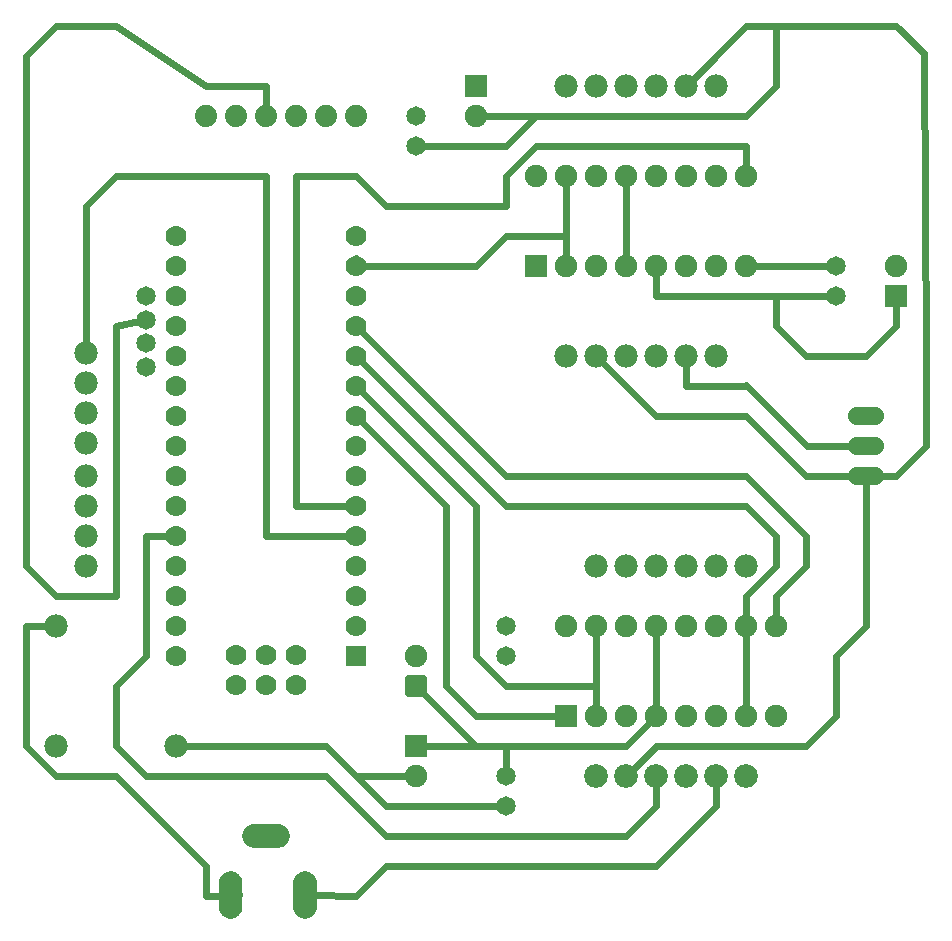
<source format=gbl>
G04 MADE WITH FRITZING*
G04 WWW.FRITZING.ORG*
G04 DOUBLE SIDED*
G04 HOLES PLATED*
G04 CONTOUR ON CENTER OF CONTOUR VECTOR*
%ASAXBY*%
%FSLAX23Y23*%
%MOIN*%
%OFA0B0*%
%SFA1.0B1.0*%
%ADD10C,0.078740*%
%ADD11C,0.078000*%
%ADD12C,0.065000*%
%ADD13C,0.075000*%
%ADD14C,0.079370*%
%ADD15C,0.060000*%
%ADD16C,0.070000*%
%ADD17C,0.074000*%
%ADD18R,0.075000X0.075000*%
%ADD19R,0.069958X0.070000*%
%ADD20C,0.024000*%
%ADD21C,0.020000*%
%ADD22R,0.001000X0.001000*%
%LNCOPPER0*%
G90*
G70*
G54D10*
X838Y301D03*
X1086Y301D03*
X956Y498D03*
G54D11*
X356Y1398D03*
X356Y1498D03*
X356Y1598D03*
X356Y1698D03*
X356Y1398D03*
X356Y1498D03*
X356Y1598D03*
X356Y1698D03*
X356Y2108D03*
X356Y2008D03*
X356Y1908D03*
X356Y1808D03*
X256Y798D03*
X656Y798D03*
X256Y1198D03*
X256Y798D03*
G54D12*
X1756Y1198D03*
X1756Y1098D03*
X1456Y2798D03*
X1456Y2898D03*
X1756Y698D03*
X1756Y598D03*
X2856Y2298D03*
X2856Y2398D03*
G54D13*
X1656Y2998D03*
X1656Y2898D03*
X3056Y2298D03*
X3056Y2398D03*
X1456Y998D03*
X1456Y1098D03*
X1456Y798D03*
X1456Y698D03*
G54D14*
X2556Y698D03*
X2456Y698D03*
X2356Y698D03*
X2256Y698D03*
X2156Y698D03*
X2056Y698D03*
G54D11*
X2056Y1398D03*
X2156Y1398D03*
X2256Y1398D03*
X2356Y1398D03*
X2456Y1398D03*
X2556Y1398D03*
X2456Y2098D03*
X2356Y2098D03*
X2256Y2098D03*
X2156Y2098D03*
X2056Y2098D03*
X1956Y2098D03*
X1956Y2998D03*
X2056Y2998D03*
X2156Y2998D03*
X2256Y2998D03*
X2356Y2998D03*
X2456Y2998D03*
G54D15*
X2956Y1698D03*
X2956Y1798D03*
X2956Y1898D03*
G54D16*
X1256Y1098D03*
X1256Y1198D03*
X1256Y1298D03*
X1256Y1398D03*
X1256Y1498D03*
X1256Y1598D03*
X1256Y1698D03*
X1256Y1798D03*
X1256Y1898D03*
X1256Y1998D03*
X1256Y2098D03*
X1256Y2198D03*
X1256Y2298D03*
X1256Y2398D03*
X1256Y2498D03*
X656Y1098D03*
X656Y1198D03*
X656Y1298D03*
X656Y1398D03*
X656Y1498D03*
X656Y1598D03*
X656Y1698D03*
X656Y1798D03*
X656Y1898D03*
X656Y1998D03*
X656Y2098D03*
X656Y2198D03*
X656Y2298D03*
X656Y2398D03*
X656Y2498D03*
X1056Y1003D03*
X1056Y1103D03*
X955Y1003D03*
X955Y1103D03*
X855Y1003D03*
X855Y1103D03*
G54D17*
X756Y2898D03*
X856Y2898D03*
X956Y2898D03*
X1056Y2898D03*
X1156Y2898D03*
X1256Y2898D03*
G54D13*
X1956Y898D03*
X1956Y1198D03*
X2056Y898D03*
X2056Y1198D03*
X2156Y898D03*
X2156Y1198D03*
X2256Y898D03*
X2256Y1198D03*
X2356Y898D03*
X2356Y1198D03*
X2456Y898D03*
X2456Y1198D03*
X2556Y898D03*
X2556Y1198D03*
X2656Y898D03*
X2656Y1198D03*
X1856Y2398D03*
X1856Y2698D03*
X1956Y2398D03*
X1956Y2698D03*
X2056Y2398D03*
X2056Y2698D03*
X2156Y2398D03*
X2156Y2698D03*
X2256Y2398D03*
X2256Y2698D03*
X2356Y2398D03*
X2356Y2698D03*
X2456Y2398D03*
X2456Y2698D03*
X2556Y2398D03*
X2556Y2698D03*
G54D12*
X556Y2298D03*
X556Y2220D03*
X556Y2141D03*
X556Y2062D03*
G54D18*
X1656Y2998D03*
X3056Y2298D03*
X1456Y798D03*
G54D19*
X1256Y1098D03*
G54D18*
X1956Y898D03*
X1856Y2398D03*
G54D20*
X2758Y1798D02*
X2925Y1798D01*
D02*
X2555Y2001D02*
X2758Y1798D01*
D02*
X2555Y1998D02*
X2555Y2001D01*
D02*
X2355Y1998D02*
X2555Y1998D01*
D02*
X2356Y2068D02*
X2355Y1998D01*
D02*
X2256Y1170D02*
X2256Y927D01*
D02*
X2156Y2670D02*
X2156Y2427D01*
D02*
X156Y798D02*
X156Y1198D01*
D02*
X256Y698D02*
X156Y798D01*
D02*
X756Y398D02*
X456Y698D01*
D02*
X456Y698D02*
X556Y598D01*
D02*
X556Y598D02*
X456Y698D01*
D02*
X756Y298D02*
X756Y398D01*
D02*
X456Y698D02*
X256Y698D01*
D02*
X156Y1198D02*
X225Y1198D01*
D02*
X807Y300D02*
X756Y298D01*
D02*
X1756Y998D02*
X1656Y1098D01*
D02*
X2056Y998D02*
X1756Y998D01*
D02*
X1656Y1098D02*
X1656Y1598D01*
D02*
X1656Y1598D02*
X1276Y1978D01*
D02*
X2056Y898D02*
X2056Y998D01*
D02*
X2056Y1170D02*
X2056Y898D01*
D02*
X1256Y298D02*
X1116Y301D01*
D02*
X1356Y398D02*
X1256Y298D01*
D02*
X1856Y398D02*
X1356Y398D01*
D02*
X2256Y398D02*
X1856Y398D01*
D02*
X2456Y598D02*
X2256Y398D01*
D02*
X2456Y668D02*
X2456Y598D01*
D02*
X456Y998D02*
X556Y1098D01*
D02*
X1356Y498D02*
X1156Y698D01*
D02*
X1156Y698D02*
X1056Y698D01*
D02*
X1556Y498D02*
X1356Y498D01*
D02*
X1756Y498D02*
X1556Y498D01*
D02*
X1956Y498D02*
X1756Y498D01*
D02*
X2156Y498D02*
X1956Y498D01*
D02*
X2256Y598D02*
X2156Y498D01*
D02*
X556Y698D02*
X456Y798D01*
D02*
X1056Y698D02*
X556Y698D01*
D02*
X456Y798D02*
X456Y998D01*
D02*
X556Y1098D02*
X556Y1498D01*
D02*
X556Y1498D02*
X627Y1498D01*
D02*
X2256Y668D02*
X2256Y598D01*
D02*
X1956Y2427D02*
X1956Y2670D01*
D02*
X1656Y2398D02*
X1256Y2398D01*
D02*
X1756Y2498D02*
X1656Y2398D01*
D02*
X1956Y2498D02*
X1756Y2498D01*
D02*
X1256Y2398D02*
X1256Y2427D01*
D02*
X1956Y2427D02*
X1956Y2498D01*
D02*
X2656Y1498D02*
X2556Y1598D01*
D02*
X2656Y1398D02*
X2656Y1498D01*
D02*
X1756Y1598D02*
X1276Y2078D01*
D02*
X2556Y1598D02*
X1756Y1598D01*
D02*
X2556Y1298D02*
X2656Y1398D01*
D02*
X2556Y1227D02*
X2556Y1298D01*
D02*
X1356Y2598D02*
X1256Y2698D01*
D02*
X1756Y2598D02*
X1356Y2598D01*
D02*
X1754Y2699D02*
X1756Y2598D01*
D02*
X1256Y2698D02*
X1056Y2698D01*
D02*
X1056Y2698D02*
X1056Y1598D01*
D02*
X1856Y2798D02*
X1754Y2699D01*
D02*
X2556Y2798D02*
X1856Y2798D01*
D02*
X1056Y1598D02*
X1227Y1598D01*
D02*
X2556Y2727D02*
X2556Y2798D01*
D02*
X1656Y898D02*
X1556Y998D01*
D02*
X1556Y1598D02*
X1276Y1878D01*
D02*
X1556Y998D02*
X1556Y1598D01*
D02*
X1927Y898D02*
X1656Y898D01*
D02*
X2756Y1498D02*
X2756Y1398D01*
D02*
X2656Y1298D02*
X2656Y1227D01*
D02*
X2756Y1398D02*
X2656Y1298D01*
D02*
X2556Y1698D02*
X2756Y1498D01*
D02*
X1756Y1698D02*
X2556Y1698D01*
D02*
X1656Y1798D02*
X1756Y1698D01*
D02*
X1276Y2178D02*
X1656Y1798D01*
D02*
X2925Y1698D02*
X2756Y1698D01*
D02*
X2756Y1698D02*
X2556Y1899D01*
D02*
X2256Y1898D02*
X2156Y1998D01*
D02*
X2556Y1899D02*
X2256Y1898D01*
D02*
X2156Y1998D02*
X2077Y2077D01*
D02*
X2956Y1198D02*
X2956Y1698D01*
D02*
X2856Y1098D02*
X2956Y1198D01*
D02*
X2856Y898D02*
X2856Y1098D01*
D02*
X2756Y798D02*
X2856Y898D01*
D02*
X2256Y798D02*
X2756Y798D01*
D02*
X2178Y720D02*
X2256Y798D01*
D02*
X2756Y3198D02*
X2556Y3198D01*
D02*
X2556Y3198D02*
X2456Y3098D01*
D02*
X2656Y3198D02*
X2756Y3198D01*
D02*
X2456Y3098D02*
X2377Y3020D01*
D02*
X2656Y3198D02*
X2656Y3098D01*
D02*
X3056Y3198D02*
X2656Y3198D01*
D02*
X2656Y3098D02*
X2656Y2998D01*
D02*
X2556Y2898D02*
X2456Y2898D01*
D02*
X2456Y2898D02*
X1856Y2898D01*
D02*
X2656Y2998D02*
X2556Y2898D01*
D02*
X1856Y2898D02*
X1684Y2898D01*
D02*
X3150Y3109D02*
X3056Y3198D01*
D02*
X3156Y2098D02*
X3150Y3109D01*
D02*
X3056Y1698D02*
X3156Y1798D01*
D02*
X2987Y1698D02*
X3056Y1698D01*
D02*
X3156Y1798D02*
X3156Y2098D01*
D02*
X2584Y2398D02*
X2831Y2398D01*
D02*
X456Y3198D02*
X756Y2998D01*
D02*
X756Y2998D02*
X956Y2998D01*
D02*
X156Y3098D02*
X256Y3198D01*
D02*
X256Y1298D02*
X156Y1398D01*
D02*
X156Y1398D02*
X156Y3098D01*
D02*
X456Y1298D02*
X256Y1298D01*
D02*
X456Y2198D02*
X456Y1298D01*
D02*
X256Y3198D02*
X456Y3198D01*
D02*
X956Y2998D02*
X956Y2929D01*
D02*
X533Y2215D02*
X456Y2198D01*
D02*
X1656Y798D02*
X1484Y798D01*
D02*
X2156Y798D02*
X1656Y798D01*
D02*
X2236Y878D02*
X2156Y798D01*
D02*
X1156Y798D02*
X1056Y798D01*
D02*
X1056Y798D02*
X756Y798D01*
D02*
X756Y798D02*
X687Y798D01*
D02*
X1256Y698D02*
X1156Y798D01*
D02*
X1356Y598D02*
X1256Y698D01*
D02*
X1427Y698D02*
X1256Y698D01*
D02*
X1731Y598D02*
X1356Y598D01*
D02*
X956Y2698D02*
X956Y1498D01*
D02*
X456Y2698D02*
X956Y2698D01*
D02*
X356Y2598D02*
X456Y2698D01*
D02*
X956Y1498D02*
X1227Y1498D01*
D02*
X356Y2138D02*
X356Y2598D01*
D02*
X1756Y798D02*
X1756Y723D01*
D02*
X1656Y798D02*
X1756Y798D01*
D02*
X1476Y978D02*
X1656Y798D01*
D02*
X2256Y2298D02*
X2256Y2370D01*
D02*
X2456Y2298D02*
X2256Y2298D01*
D02*
X2656Y2298D02*
X2456Y2298D01*
D02*
X2831Y2298D02*
X2656Y2298D01*
D02*
X2656Y2198D02*
X2656Y2298D01*
D02*
X2756Y2098D02*
X2656Y2198D01*
D02*
X2956Y2098D02*
X2756Y2098D01*
D02*
X3056Y2198D02*
X2956Y2098D01*
D02*
X3056Y2270D02*
X3056Y2198D01*
D02*
X2556Y1170D02*
X2556Y927D01*
D02*
X2056Y1170D02*
X2056Y927D01*
D02*
X1756Y2798D02*
X1556Y2798D01*
D02*
X1556Y2798D02*
X1481Y2798D01*
D02*
X1856Y2898D02*
X1756Y2798D01*
G54D21*
X1428Y1026D02*
X1483Y1026D01*
X1483Y971D01*
X1428Y971D01*
X1428Y1026D01*
D02*
G54D22*
X2920Y1928D02*
X2990Y1928D01*
X2916Y1927D02*
X2994Y1927D01*
X2913Y1926D02*
X2996Y1926D01*
X2911Y1925D02*
X2998Y1925D01*
X2910Y1924D02*
X3000Y1924D01*
X2908Y1923D02*
X3002Y1923D01*
X2907Y1922D02*
X3003Y1922D01*
X2906Y1921D02*
X3004Y1921D01*
X2904Y1920D02*
X3005Y1920D01*
X2903Y1919D02*
X3006Y1919D01*
X2903Y1918D02*
X2950Y1918D01*
X2960Y1918D02*
X3007Y1918D01*
X2902Y1917D02*
X2947Y1917D01*
X2963Y1917D02*
X3008Y1917D01*
X2901Y1916D02*
X2945Y1916D01*
X2965Y1916D02*
X3009Y1916D01*
X2900Y1915D02*
X2943Y1915D01*
X2967Y1915D02*
X3009Y1915D01*
X2900Y1914D02*
X2942Y1914D01*
X2968Y1914D02*
X3010Y1914D01*
X2899Y1913D02*
X2941Y1913D01*
X2969Y1913D02*
X3011Y1913D01*
X2899Y1912D02*
X2940Y1912D01*
X2970Y1912D02*
X3011Y1912D01*
X2898Y1911D02*
X2939Y1911D01*
X2971Y1911D02*
X3012Y1911D01*
X2898Y1910D02*
X2938Y1910D01*
X2972Y1910D02*
X3012Y1910D01*
X2897Y1909D02*
X2937Y1909D01*
X2972Y1909D02*
X3012Y1909D01*
X2897Y1908D02*
X2937Y1908D01*
X2973Y1908D02*
X3013Y1908D01*
X2897Y1907D02*
X2936Y1907D01*
X2973Y1907D02*
X3013Y1907D01*
X2896Y1906D02*
X2936Y1906D01*
X2974Y1906D02*
X3013Y1906D01*
X2896Y1905D02*
X2936Y1905D01*
X2974Y1905D02*
X3014Y1905D01*
X2896Y1904D02*
X2935Y1904D01*
X2975Y1904D02*
X3014Y1904D01*
X2896Y1903D02*
X2935Y1903D01*
X2975Y1903D02*
X3014Y1903D01*
X2896Y1902D02*
X2935Y1902D01*
X2975Y1902D02*
X3014Y1902D01*
X2895Y1901D02*
X2935Y1901D01*
X2975Y1901D02*
X3014Y1901D01*
X2895Y1900D02*
X2935Y1900D01*
X2975Y1900D02*
X3014Y1900D01*
X2895Y1899D02*
X2934Y1899D01*
X2975Y1899D02*
X3014Y1899D01*
X2895Y1898D02*
X2934Y1898D01*
X2975Y1898D02*
X3014Y1898D01*
X2895Y1897D02*
X2935Y1897D01*
X2975Y1897D02*
X3014Y1897D01*
X2895Y1896D02*
X2935Y1896D01*
X2975Y1896D02*
X3014Y1896D01*
X2896Y1895D02*
X2935Y1895D01*
X2975Y1895D02*
X3014Y1895D01*
X2896Y1894D02*
X2935Y1894D01*
X2975Y1894D02*
X3014Y1894D01*
X2896Y1893D02*
X2935Y1893D01*
X2974Y1893D02*
X3014Y1893D01*
X2896Y1892D02*
X2936Y1892D01*
X2974Y1892D02*
X3014Y1892D01*
X2896Y1891D02*
X2936Y1891D01*
X2974Y1891D02*
X3013Y1891D01*
X2897Y1890D02*
X2936Y1890D01*
X2973Y1890D02*
X3013Y1890D01*
X2897Y1889D02*
X2937Y1889D01*
X2973Y1889D02*
X3013Y1889D01*
X2897Y1888D02*
X2937Y1888D01*
X2972Y1888D02*
X3012Y1888D01*
X2898Y1887D02*
X2938Y1887D01*
X2972Y1887D02*
X3012Y1887D01*
X2898Y1886D02*
X2939Y1886D01*
X2971Y1886D02*
X3012Y1886D01*
X2899Y1885D02*
X2940Y1885D01*
X2970Y1885D02*
X3011Y1885D01*
X2899Y1884D02*
X2941Y1884D01*
X2969Y1884D02*
X3011Y1884D01*
X2900Y1883D02*
X2942Y1883D01*
X2968Y1883D02*
X3010Y1883D01*
X2900Y1882D02*
X2943Y1882D01*
X2967Y1882D02*
X3009Y1882D01*
X2901Y1881D02*
X2945Y1881D01*
X2965Y1881D02*
X3009Y1881D01*
X2902Y1880D02*
X2947Y1880D01*
X2963Y1880D02*
X3008Y1880D01*
X2903Y1879D02*
X2950Y1879D01*
X2959Y1879D02*
X3007Y1879D01*
X2904Y1878D02*
X3006Y1878D01*
X2905Y1877D02*
X3005Y1877D01*
X2906Y1876D02*
X3004Y1876D01*
X2907Y1875D02*
X3003Y1875D01*
X2908Y1874D02*
X3002Y1874D01*
X2910Y1873D02*
X3000Y1873D01*
X2911Y1872D02*
X2998Y1872D01*
X2913Y1871D02*
X2996Y1871D01*
X2916Y1870D02*
X2994Y1870D01*
X2920Y1869D02*
X2989Y1869D01*
X2920Y1828D02*
X2990Y1828D01*
X2916Y1827D02*
X2994Y1827D01*
X2913Y1826D02*
X2996Y1826D01*
X2911Y1825D02*
X2998Y1825D01*
X2910Y1824D02*
X3000Y1824D01*
X2908Y1823D02*
X3002Y1823D01*
X2907Y1822D02*
X3003Y1822D01*
X2906Y1821D02*
X3004Y1821D01*
X2904Y1820D02*
X3005Y1820D01*
X2903Y1819D02*
X3006Y1819D01*
X2903Y1818D02*
X2950Y1818D01*
X2960Y1818D02*
X3007Y1818D01*
X2902Y1817D02*
X2947Y1817D01*
X2963Y1817D02*
X3008Y1817D01*
X2901Y1816D02*
X2945Y1816D01*
X2965Y1816D02*
X3009Y1816D01*
X2900Y1815D02*
X2943Y1815D01*
X2967Y1815D02*
X3009Y1815D01*
X2900Y1814D02*
X2942Y1814D01*
X2968Y1814D02*
X3010Y1814D01*
X2899Y1813D02*
X2941Y1813D01*
X2969Y1813D02*
X3011Y1813D01*
X2899Y1812D02*
X2940Y1812D01*
X2970Y1812D02*
X3011Y1812D01*
X2898Y1811D02*
X2939Y1811D01*
X2971Y1811D02*
X3012Y1811D01*
X2898Y1810D02*
X2938Y1810D01*
X2972Y1810D02*
X3012Y1810D01*
X2897Y1809D02*
X2937Y1809D01*
X2972Y1809D02*
X3012Y1809D01*
X2897Y1808D02*
X2937Y1808D01*
X2973Y1808D02*
X3013Y1808D01*
X2897Y1807D02*
X2936Y1807D01*
X2973Y1807D02*
X3013Y1807D01*
X2896Y1806D02*
X2936Y1806D01*
X2974Y1806D02*
X3013Y1806D01*
X2896Y1805D02*
X2936Y1805D01*
X2974Y1805D02*
X3014Y1805D01*
X2896Y1804D02*
X2935Y1804D01*
X2975Y1804D02*
X3014Y1804D01*
X2896Y1803D02*
X2935Y1803D01*
X2975Y1803D02*
X3014Y1803D01*
X2896Y1802D02*
X2935Y1802D01*
X2975Y1802D02*
X3014Y1802D01*
X2895Y1801D02*
X2935Y1801D01*
X2975Y1801D02*
X3014Y1801D01*
X2895Y1800D02*
X2935Y1800D01*
X2975Y1800D02*
X3014Y1800D01*
X2895Y1799D02*
X2934Y1799D01*
X2975Y1799D02*
X3014Y1799D01*
X2895Y1798D02*
X2934Y1798D01*
X2975Y1798D02*
X3014Y1798D01*
X2895Y1797D02*
X2935Y1797D01*
X2975Y1797D02*
X3014Y1797D01*
X2895Y1796D02*
X2935Y1796D01*
X2975Y1796D02*
X3014Y1796D01*
X2896Y1795D02*
X2935Y1795D01*
X2975Y1795D02*
X3014Y1795D01*
X2896Y1794D02*
X2935Y1794D01*
X2975Y1794D02*
X3014Y1794D01*
X2896Y1793D02*
X2935Y1793D01*
X2974Y1793D02*
X3014Y1793D01*
X2896Y1792D02*
X2936Y1792D01*
X2974Y1792D02*
X3014Y1792D01*
X2896Y1791D02*
X2936Y1791D01*
X2974Y1791D02*
X3013Y1791D01*
X2897Y1790D02*
X2936Y1790D01*
X2973Y1790D02*
X3013Y1790D01*
X2897Y1789D02*
X2937Y1789D01*
X2973Y1789D02*
X3013Y1789D01*
X2897Y1788D02*
X2937Y1788D01*
X2972Y1788D02*
X3012Y1788D01*
X2898Y1787D02*
X2938Y1787D01*
X2972Y1787D02*
X3012Y1787D01*
X2898Y1786D02*
X2939Y1786D01*
X2971Y1786D02*
X3012Y1786D01*
X2899Y1785D02*
X2940Y1785D01*
X2970Y1785D02*
X3011Y1785D01*
X2899Y1784D02*
X2941Y1784D01*
X2969Y1784D02*
X3011Y1784D01*
X2900Y1783D02*
X2942Y1783D01*
X2968Y1783D02*
X3010Y1783D01*
X2900Y1782D02*
X2943Y1782D01*
X2967Y1782D02*
X3009Y1782D01*
X2901Y1781D02*
X2945Y1781D01*
X2965Y1781D02*
X3009Y1781D01*
X2902Y1780D02*
X2947Y1780D01*
X2963Y1780D02*
X3008Y1780D01*
X2903Y1779D02*
X2950Y1779D01*
X2959Y1779D02*
X3007Y1779D01*
X2904Y1778D02*
X3006Y1778D01*
X2905Y1777D02*
X3005Y1777D01*
X2906Y1776D02*
X3004Y1776D01*
X2907Y1775D02*
X3003Y1775D01*
X2908Y1774D02*
X3002Y1774D01*
X2910Y1773D02*
X3000Y1773D01*
X2911Y1772D02*
X2998Y1772D01*
X2914Y1771D02*
X2996Y1771D01*
X2916Y1770D02*
X2994Y1770D01*
X2920Y1769D02*
X2989Y1769D01*
X2920Y1728D02*
X2990Y1728D01*
X2916Y1727D02*
X2994Y1727D01*
X2913Y1726D02*
X2996Y1726D01*
X2911Y1725D02*
X2999Y1725D01*
X2910Y1724D02*
X3000Y1724D01*
X2908Y1723D02*
X3002Y1723D01*
X2907Y1722D02*
X3003Y1722D01*
X2905Y1721D02*
X3004Y1721D01*
X2904Y1720D02*
X3005Y1720D01*
X2903Y1719D02*
X3006Y1719D01*
X2903Y1718D02*
X2950Y1718D01*
X2960Y1718D02*
X3007Y1718D01*
X2902Y1717D02*
X2947Y1717D01*
X2963Y1717D02*
X3008Y1717D01*
X2901Y1716D02*
X2945Y1716D01*
X2965Y1716D02*
X3009Y1716D01*
X2900Y1715D02*
X2943Y1715D01*
X2967Y1715D02*
X3009Y1715D01*
X2900Y1714D02*
X2942Y1714D01*
X2968Y1714D02*
X3010Y1714D01*
X2899Y1713D02*
X2941Y1713D01*
X2969Y1713D02*
X3011Y1713D01*
X2899Y1712D02*
X2940Y1712D01*
X2970Y1712D02*
X3011Y1712D01*
X2898Y1711D02*
X2939Y1711D01*
X2971Y1711D02*
X3012Y1711D01*
X2898Y1710D02*
X2938Y1710D01*
X2972Y1710D02*
X3012Y1710D01*
X2897Y1709D02*
X2937Y1709D01*
X2972Y1709D02*
X3012Y1709D01*
X2897Y1708D02*
X2937Y1708D01*
X2973Y1708D02*
X3013Y1708D01*
X2897Y1707D02*
X2936Y1707D01*
X2973Y1707D02*
X3013Y1707D01*
X2896Y1706D02*
X2936Y1706D01*
X2974Y1706D02*
X3013Y1706D01*
X2896Y1705D02*
X2936Y1705D01*
X2974Y1705D02*
X3014Y1705D01*
X2896Y1704D02*
X2935Y1704D01*
X2975Y1704D02*
X3014Y1704D01*
X2896Y1703D02*
X2935Y1703D01*
X2975Y1703D02*
X3014Y1703D01*
X2896Y1702D02*
X2935Y1702D01*
X2975Y1702D02*
X3014Y1702D01*
X2895Y1701D02*
X2935Y1701D01*
X2975Y1701D02*
X3014Y1701D01*
X2895Y1700D02*
X2935Y1700D01*
X2975Y1700D02*
X3014Y1700D01*
X2895Y1699D02*
X2934Y1699D01*
X2975Y1699D02*
X3014Y1699D01*
X2895Y1698D02*
X2934Y1698D01*
X2975Y1698D02*
X3014Y1698D01*
X2895Y1697D02*
X2935Y1697D01*
X2975Y1697D02*
X3014Y1697D01*
X2896Y1696D02*
X2935Y1696D01*
X2975Y1696D02*
X3014Y1696D01*
X2896Y1695D02*
X2935Y1695D01*
X2975Y1695D02*
X3014Y1695D01*
X2896Y1694D02*
X2935Y1694D01*
X2975Y1694D02*
X3014Y1694D01*
X2896Y1693D02*
X2935Y1693D01*
X2974Y1693D02*
X3014Y1693D01*
X2896Y1692D02*
X2936Y1692D01*
X2974Y1692D02*
X3014Y1692D01*
X2896Y1691D02*
X2936Y1691D01*
X2974Y1691D02*
X3013Y1691D01*
X2897Y1690D02*
X2936Y1690D01*
X2973Y1690D02*
X3013Y1690D01*
X2897Y1689D02*
X2937Y1689D01*
X2973Y1689D02*
X3013Y1689D01*
X2897Y1688D02*
X2937Y1688D01*
X2972Y1688D02*
X3012Y1688D01*
X2898Y1687D02*
X2938Y1687D01*
X2972Y1687D02*
X3012Y1687D01*
X2898Y1686D02*
X2939Y1686D01*
X2971Y1686D02*
X3012Y1686D01*
X2899Y1685D02*
X2940Y1685D01*
X2970Y1685D02*
X3011Y1685D01*
X2899Y1684D02*
X2941Y1684D01*
X2969Y1684D02*
X3011Y1684D01*
X2900Y1683D02*
X2942Y1683D01*
X2968Y1683D02*
X3010Y1683D01*
X2900Y1682D02*
X2943Y1682D01*
X2967Y1682D02*
X3009Y1682D01*
X2901Y1681D02*
X2945Y1681D01*
X2965Y1681D02*
X3009Y1681D01*
X2902Y1680D02*
X2947Y1680D01*
X2963Y1680D02*
X3008Y1680D01*
X2903Y1679D02*
X2950Y1679D01*
X2959Y1679D02*
X3007Y1679D01*
X2904Y1678D02*
X3006Y1678D01*
X2905Y1677D02*
X3005Y1677D01*
X2906Y1676D02*
X3004Y1676D01*
X2907Y1675D02*
X3003Y1675D01*
X2908Y1674D02*
X3002Y1674D01*
X2910Y1673D02*
X3000Y1673D01*
X2911Y1672D02*
X2998Y1672D01*
X2914Y1671D02*
X2996Y1671D01*
X2916Y1670D02*
X2993Y1670D01*
X2921Y1669D02*
X2989Y1669D01*
X914Y538D02*
X996Y538D01*
X907Y537D02*
X1003Y537D01*
X904Y536D02*
X1007Y536D01*
X901Y535D02*
X1009Y535D01*
X899Y534D02*
X1011Y534D01*
X897Y533D02*
X1013Y533D01*
X895Y532D02*
X1015Y532D01*
X894Y531D02*
X1017Y531D01*
X892Y530D02*
X1018Y530D01*
X891Y529D02*
X1019Y529D01*
X890Y528D02*
X1020Y528D01*
X889Y527D02*
X1021Y527D01*
X888Y526D02*
X1022Y526D01*
X887Y525D02*
X1023Y525D01*
X886Y524D02*
X1024Y524D01*
X885Y523D02*
X1025Y523D01*
X885Y522D02*
X1026Y522D01*
X884Y521D02*
X1026Y521D01*
X883Y520D02*
X1027Y520D01*
X883Y519D02*
X1028Y519D01*
X882Y518D02*
X951Y518D01*
X960Y518D02*
X1028Y518D01*
X881Y517D02*
X947Y517D01*
X963Y517D02*
X1029Y517D01*
X881Y516D02*
X945Y516D01*
X965Y516D02*
X1029Y516D01*
X880Y515D02*
X944Y515D01*
X967Y515D02*
X1030Y515D01*
X880Y514D02*
X942Y514D01*
X968Y514D02*
X1030Y514D01*
X880Y513D02*
X941Y513D01*
X969Y513D02*
X1031Y513D01*
X879Y512D02*
X940Y512D01*
X970Y512D02*
X1031Y512D01*
X879Y511D02*
X939Y511D01*
X971Y511D02*
X1031Y511D01*
X879Y510D02*
X939Y510D01*
X972Y510D02*
X1032Y510D01*
X878Y509D02*
X938Y509D01*
X972Y509D02*
X1032Y509D01*
X878Y508D02*
X937Y508D01*
X973Y508D02*
X1032Y508D01*
X878Y507D02*
X937Y507D01*
X973Y507D02*
X1032Y507D01*
X878Y506D02*
X936Y506D01*
X974Y506D02*
X1033Y506D01*
X877Y505D02*
X936Y505D01*
X974Y505D02*
X1033Y505D01*
X877Y504D02*
X936Y504D01*
X975Y504D02*
X1033Y504D01*
X877Y503D02*
X935Y503D01*
X975Y503D02*
X1033Y503D01*
X877Y502D02*
X935Y502D01*
X975Y502D02*
X1033Y502D01*
X877Y501D02*
X935Y501D01*
X975Y501D02*
X1033Y501D01*
X877Y500D02*
X935Y500D01*
X975Y500D02*
X1033Y500D01*
X877Y499D02*
X935Y499D01*
X975Y499D02*
X1033Y499D01*
X877Y498D02*
X935Y498D01*
X975Y498D02*
X1033Y498D01*
X877Y497D02*
X935Y497D01*
X975Y497D02*
X1033Y497D01*
X877Y496D02*
X935Y496D01*
X975Y496D02*
X1033Y496D01*
X877Y495D02*
X935Y495D01*
X975Y495D02*
X1033Y495D01*
X877Y494D02*
X936Y494D01*
X975Y494D02*
X1033Y494D01*
X877Y493D02*
X936Y493D01*
X974Y493D02*
X1033Y493D01*
X878Y492D02*
X936Y492D01*
X974Y492D02*
X1033Y492D01*
X878Y491D02*
X937Y491D01*
X974Y491D02*
X1033Y491D01*
X878Y490D02*
X937Y490D01*
X973Y490D02*
X1032Y490D01*
X878Y489D02*
X938Y489D01*
X973Y489D02*
X1032Y489D01*
X878Y488D02*
X938Y488D01*
X972Y488D02*
X1032Y488D01*
X879Y487D02*
X939Y487D01*
X971Y487D02*
X1032Y487D01*
X879Y486D02*
X940Y486D01*
X971Y486D02*
X1031Y486D01*
X879Y485D02*
X941Y485D01*
X970Y485D02*
X1031Y485D01*
X880Y484D02*
X942Y484D01*
X969Y484D02*
X1030Y484D01*
X880Y483D02*
X943Y483D01*
X967Y483D02*
X1030Y483D01*
X881Y482D02*
X944Y482D01*
X966Y482D02*
X1030Y482D01*
X881Y481D02*
X946Y481D01*
X964Y481D02*
X1029Y481D01*
X882Y480D02*
X949Y480D01*
X961Y480D02*
X1029Y480D01*
X882Y479D02*
X1028Y479D01*
X883Y478D02*
X1027Y478D01*
X883Y477D02*
X1027Y477D01*
X884Y476D02*
X1026Y476D01*
X885Y475D02*
X1025Y475D01*
X886Y474D02*
X1025Y474D01*
X887Y473D02*
X1024Y473D01*
X887Y472D02*
X1023Y472D01*
X888Y471D02*
X1022Y471D01*
X889Y470D02*
X1021Y470D01*
X891Y469D02*
X1020Y469D01*
X892Y468D02*
X1019Y468D01*
X893Y467D02*
X1017Y467D01*
X894Y466D02*
X1016Y466D01*
X896Y465D02*
X1014Y465D01*
X898Y464D02*
X1013Y464D01*
X900Y463D02*
X1010Y463D01*
X902Y462D02*
X1008Y462D01*
X905Y461D02*
X1005Y461D01*
X909Y460D02*
X1001Y460D01*
X831Y380D02*
X843Y380D01*
X1079Y380D02*
X1091Y380D01*
X826Y379D02*
X848Y379D01*
X1074Y379D02*
X1096Y379D01*
X823Y378D02*
X851Y378D01*
X1071Y378D02*
X1099Y378D01*
X821Y377D02*
X853Y377D01*
X1069Y377D02*
X1101Y377D01*
X819Y376D02*
X855Y376D01*
X1067Y376D02*
X1103Y376D01*
X817Y375D02*
X857Y375D01*
X1065Y375D02*
X1105Y375D01*
X816Y374D02*
X858Y374D01*
X1064Y374D02*
X1106Y374D01*
X814Y373D02*
X860Y373D01*
X1062Y373D02*
X1108Y373D01*
X813Y372D02*
X861Y372D01*
X1061Y372D02*
X1109Y372D01*
X812Y371D02*
X862Y371D01*
X1060Y371D02*
X1110Y371D01*
X811Y370D02*
X863Y370D01*
X1059Y370D02*
X1111Y370D01*
X810Y369D02*
X864Y369D01*
X1058Y369D02*
X1112Y369D01*
X809Y368D02*
X865Y368D01*
X1057Y368D02*
X1113Y368D01*
X808Y367D02*
X866Y367D01*
X1056Y367D02*
X1114Y367D01*
X807Y366D02*
X867Y366D01*
X1055Y366D02*
X1115Y366D01*
X806Y365D02*
X868Y365D01*
X1054Y365D02*
X1116Y365D01*
X805Y364D02*
X869Y364D01*
X1053Y364D02*
X1117Y364D01*
X805Y363D02*
X869Y363D01*
X1053Y363D02*
X1117Y363D01*
X804Y362D02*
X870Y362D01*
X1052Y362D02*
X1118Y362D01*
X804Y361D02*
X871Y361D01*
X1052Y361D02*
X1119Y361D01*
X803Y360D02*
X871Y360D01*
X1051Y360D02*
X1119Y360D01*
X802Y359D02*
X872Y359D01*
X1050Y359D02*
X1120Y359D01*
X802Y358D02*
X872Y358D01*
X1050Y358D02*
X1120Y358D01*
X801Y357D02*
X873Y357D01*
X1049Y357D02*
X1121Y357D01*
X801Y356D02*
X873Y356D01*
X1049Y356D02*
X1121Y356D01*
X801Y355D02*
X873Y355D01*
X1049Y355D02*
X1121Y355D01*
X800Y354D02*
X874Y354D01*
X1048Y354D02*
X1122Y354D01*
X800Y353D02*
X874Y353D01*
X1048Y353D02*
X1122Y353D01*
X800Y352D02*
X874Y352D01*
X1048Y352D02*
X1122Y352D01*
X799Y351D02*
X875Y351D01*
X1047Y351D02*
X1123Y351D01*
X799Y350D02*
X875Y350D01*
X1047Y350D02*
X1123Y350D01*
X799Y349D02*
X875Y349D01*
X1047Y349D02*
X1123Y349D01*
X799Y348D02*
X875Y348D01*
X1047Y348D02*
X1123Y348D01*
X799Y347D02*
X875Y347D01*
X1047Y347D02*
X1123Y347D01*
X798Y346D02*
X876Y346D01*
X1046Y346D02*
X1124Y346D01*
X798Y345D02*
X876Y345D01*
X1046Y345D02*
X1124Y345D01*
X798Y344D02*
X876Y344D01*
X1046Y344D02*
X1124Y344D01*
X798Y343D02*
X876Y343D01*
X1046Y343D02*
X1124Y343D01*
X798Y342D02*
X876Y342D01*
X1046Y342D02*
X1124Y342D01*
X798Y341D02*
X876Y341D01*
X1046Y341D02*
X1124Y341D01*
X798Y340D02*
X876Y340D01*
X1046Y340D02*
X1124Y340D01*
X798Y339D02*
X876Y339D01*
X1046Y339D02*
X1124Y339D01*
X798Y338D02*
X876Y338D01*
X1046Y338D02*
X1124Y338D01*
X798Y337D02*
X876Y337D01*
X1046Y337D02*
X1124Y337D01*
X798Y336D02*
X876Y336D01*
X1046Y336D02*
X1124Y336D01*
X798Y335D02*
X876Y335D01*
X1046Y335D02*
X1124Y335D01*
X798Y334D02*
X876Y334D01*
X1046Y334D02*
X1124Y334D01*
X798Y333D02*
X876Y333D01*
X1046Y333D02*
X1124Y333D01*
X798Y332D02*
X876Y332D01*
X1046Y332D02*
X1124Y332D01*
X798Y331D02*
X876Y331D01*
X1046Y331D02*
X1124Y331D01*
X798Y330D02*
X876Y330D01*
X1046Y330D02*
X1124Y330D01*
X798Y329D02*
X876Y329D01*
X1046Y329D02*
X1124Y329D01*
X798Y328D02*
X876Y328D01*
X1046Y328D02*
X1124Y328D01*
X798Y327D02*
X876Y327D01*
X1046Y327D02*
X1124Y327D01*
X798Y326D02*
X876Y326D01*
X1046Y326D02*
X1124Y326D01*
X798Y325D02*
X876Y325D01*
X1046Y325D02*
X1124Y325D01*
X798Y324D02*
X876Y324D01*
X1046Y324D02*
X1124Y324D01*
X798Y323D02*
X876Y323D01*
X1046Y323D02*
X1124Y323D01*
X798Y322D02*
X876Y322D01*
X1046Y322D02*
X1124Y322D01*
X798Y321D02*
X832Y321D01*
X842Y321D02*
X876Y321D01*
X1046Y321D02*
X1080Y321D01*
X1090Y321D02*
X1124Y321D01*
X798Y320D02*
X829Y320D01*
X845Y320D02*
X876Y320D01*
X1046Y320D02*
X1077Y320D01*
X1093Y320D02*
X1124Y320D01*
X798Y319D02*
X827Y319D01*
X847Y319D02*
X876Y319D01*
X1046Y319D02*
X1075Y319D01*
X1095Y319D02*
X1124Y319D01*
X798Y318D02*
X825Y318D01*
X849Y318D02*
X876Y318D01*
X1046Y318D02*
X1073Y318D01*
X1097Y318D02*
X1124Y318D01*
X798Y317D02*
X824Y317D01*
X850Y317D02*
X876Y317D01*
X1046Y317D02*
X1072Y317D01*
X1098Y317D02*
X1124Y317D01*
X798Y316D02*
X823Y316D01*
X851Y316D02*
X876Y316D01*
X1046Y316D02*
X1071Y316D01*
X1099Y316D02*
X1124Y316D01*
X798Y315D02*
X822Y315D01*
X852Y315D02*
X876Y315D01*
X1046Y315D02*
X1070Y315D01*
X1100Y315D02*
X1124Y315D01*
X798Y314D02*
X821Y314D01*
X853Y314D02*
X876Y314D01*
X1046Y314D02*
X1069Y314D01*
X1101Y314D02*
X1124Y314D01*
X798Y313D02*
X820Y313D01*
X854Y313D02*
X876Y313D01*
X1046Y313D02*
X1068Y313D01*
X1102Y313D02*
X1124Y313D01*
X798Y312D02*
X820Y312D01*
X854Y312D02*
X876Y312D01*
X1046Y312D02*
X1068Y312D01*
X1102Y312D02*
X1124Y312D01*
X798Y311D02*
X819Y311D01*
X855Y311D02*
X876Y311D01*
X1046Y311D02*
X1067Y311D01*
X1103Y311D02*
X1124Y311D01*
X798Y310D02*
X819Y310D01*
X855Y310D02*
X876Y310D01*
X1046Y310D02*
X1067Y310D01*
X1103Y310D02*
X1124Y310D01*
X798Y309D02*
X818Y309D01*
X856Y309D02*
X876Y309D01*
X1046Y309D02*
X1066Y309D01*
X1104Y309D02*
X1124Y309D01*
X798Y308D02*
X818Y308D01*
X856Y308D02*
X876Y308D01*
X1046Y308D02*
X1066Y308D01*
X1104Y308D02*
X1124Y308D01*
X798Y307D02*
X818Y307D01*
X856Y307D02*
X876Y307D01*
X1046Y307D02*
X1066Y307D01*
X1104Y307D02*
X1124Y307D01*
X798Y306D02*
X817Y306D01*
X857Y306D02*
X876Y306D01*
X1046Y306D02*
X1065Y306D01*
X1105Y306D02*
X1124Y306D01*
X798Y305D02*
X817Y305D01*
X857Y305D02*
X876Y305D01*
X1046Y305D02*
X1065Y305D01*
X1105Y305D02*
X1124Y305D01*
X798Y304D02*
X817Y304D01*
X857Y304D02*
X876Y304D01*
X1046Y304D02*
X1065Y304D01*
X1105Y304D02*
X1124Y304D01*
X798Y303D02*
X817Y303D01*
X857Y303D02*
X876Y303D01*
X1046Y303D02*
X1065Y303D01*
X1105Y303D02*
X1124Y303D01*
X798Y302D02*
X817Y302D01*
X857Y302D02*
X876Y302D01*
X1046Y302D02*
X1065Y302D01*
X1105Y302D02*
X1124Y302D01*
X798Y301D02*
X817Y301D01*
X857Y301D02*
X876Y301D01*
X1046Y301D02*
X1065Y301D01*
X1105Y301D02*
X1124Y301D01*
X798Y300D02*
X817Y300D01*
X857Y300D02*
X876Y300D01*
X1046Y300D02*
X1065Y300D01*
X1105Y300D02*
X1124Y300D01*
X798Y299D02*
X817Y299D01*
X857Y299D02*
X876Y299D01*
X1046Y299D02*
X1065Y299D01*
X1105Y299D02*
X1124Y299D01*
X798Y298D02*
X817Y298D01*
X857Y298D02*
X876Y298D01*
X1046Y298D02*
X1065Y298D01*
X1105Y298D02*
X1124Y298D01*
X798Y297D02*
X818Y297D01*
X857Y297D02*
X876Y297D01*
X1046Y297D02*
X1066Y297D01*
X1105Y297D02*
X1124Y297D01*
X798Y296D02*
X818Y296D01*
X856Y296D02*
X876Y296D01*
X1046Y296D02*
X1066Y296D01*
X1104Y296D02*
X1124Y296D01*
X798Y295D02*
X818Y295D01*
X856Y295D02*
X876Y295D01*
X1046Y295D02*
X1066Y295D01*
X1104Y295D02*
X1124Y295D01*
X798Y294D02*
X819Y294D01*
X856Y294D02*
X876Y294D01*
X1046Y294D02*
X1067Y294D01*
X1104Y294D02*
X1124Y294D01*
X798Y293D02*
X819Y293D01*
X855Y293D02*
X876Y293D01*
X1046Y293D02*
X1067Y293D01*
X1103Y293D02*
X1124Y293D01*
X798Y292D02*
X820Y292D01*
X854Y292D02*
X876Y292D01*
X1046Y292D02*
X1068Y292D01*
X1102Y292D02*
X1124Y292D01*
X798Y291D02*
X820Y291D01*
X854Y291D02*
X876Y291D01*
X1046Y291D02*
X1068Y291D01*
X1102Y291D02*
X1124Y291D01*
X798Y290D02*
X821Y290D01*
X853Y290D02*
X876Y290D01*
X1046Y290D02*
X1069Y290D01*
X1101Y290D02*
X1124Y290D01*
X798Y289D02*
X822Y289D01*
X852Y289D02*
X876Y289D01*
X1046Y289D02*
X1070Y289D01*
X1100Y289D02*
X1124Y289D01*
X798Y288D02*
X823Y288D01*
X851Y288D02*
X876Y288D01*
X1046Y288D02*
X1071Y288D01*
X1099Y288D02*
X1124Y288D01*
X798Y287D02*
X824Y287D01*
X850Y287D02*
X876Y287D01*
X1046Y287D02*
X1072Y287D01*
X1098Y287D02*
X1124Y287D01*
X798Y286D02*
X825Y286D01*
X849Y286D02*
X876Y286D01*
X1046Y286D02*
X1073Y286D01*
X1097Y286D02*
X1124Y286D01*
X798Y285D02*
X827Y285D01*
X847Y285D02*
X876Y285D01*
X1046Y285D02*
X1075Y285D01*
X1095Y285D02*
X1124Y285D01*
X798Y284D02*
X828Y284D01*
X846Y284D02*
X876Y284D01*
X1046Y284D02*
X1076Y284D01*
X1094Y284D02*
X1124Y284D01*
X798Y283D02*
X831Y283D01*
X843Y283D02*
X876Y283D01*
X1046Y283D02*
X1079Y283D01*
X1091Y283D02*
X1124Y283D01*
X798Y282D02*
X876Y282D01*
X1046Y282D02*
X1124Y282D01*
X798Y281D02*
X876Y281D01*
X1046Y281D02*
X1124Y281D01*
X798Y280D02*
X876Y280D01*
X1046Y280D02*
X1124Y280D01*
X798Y279D02*
X876Y279D01*
X1046Y279D02*
X1124Y279D01*
X798Y278D02*
X876Y278D01*
X1046Y278D02*
X1124Y278D01*
X798Y277D02*
X876Y277D01*
X1046Y277D02*
X1124Y277D01*
X798Y276D02*
X876Y276D01*
X1046Y276D02*
X1124Y276D01*
X798Y275D02*
X876Y275D01*
X1046Y275D02*
X1124Y275D01*
X798Y274D02*
X876Y274D01*
X1046Y274D02*
X1124Y274D01*
X798Y273D02*
X876Y273D01*
X1046Y273D02*
X1124Y273D01*
X798Y272D02*
X876Y272D01*
X1046Y272D02*
X1124Y272D01*
X798Y271D02*
X876Y271D01*
X1046Y271D02*
X1124Y271D01*
X798Y270D02*
X876Y270D01*
X1046Y270D02*
X1124Y270D01*
X798Y269D02*
X876Y269D01*
X1046Y269D02*
X1124Y269D01*
X798Y268D02*
X876Y268D01*
X1046Y268D02*
X1124Y268D01*
X798Y267D02*
X876Y267D01*
X1046Y267D02*
X1124Y267D01*
X798Y266D02*
X876Y266D01*
X1046Y266D02*
X1124Y266D01*
X798Y265D02*
X876Y265D01*
X1046Y265D02*
X1124Y265D01*
X798Y264D02*
X876Y264D01*
X1046Y264D02*
X1124Y264D01*
X798Y263D02*
X876Y263D01*
X1046Y263D02*
X1124Y263D01*
X798Y262D02*
X876Y262D01*
X1046Y262D02*
X1124Y262D01*
X798Y261D02*
X876Y261D01*
X1046Y261D02*
X1124Y261D01*
X798Y260D02*
X876Y260D01*
X1046Y260D02*
X1124Y260D01*
X798Y259D02*
X876Y259D01*
X1046Y259D02*
X1124Y259D01*
X798Y258D02*
X876Y258D01*
X1046Y258D02*
X1124Y258D01*
X799Y257D02*
X875Y257D01*
X1047Y257D02*
X1123Y257D01*
X799Y256D02*
X875Y256D01*
X1047Y256D02*
X1123Y256D01*
X799Y255D02*
X875Y255D01*
X1047Y255D02*
X1123Y255D01*
X799Y254D02*
X875Y254D01*
X1047Y254D02*
X1123Y254D01*
X799Y253D02*
X875Y253D01*
X1047Y253D02*
X1123Y253D01*
X800Y252D02*
X874Y252D01*
X1048Y252D02*
X1122Y252D01*
X800Y251D02*
X874Y251D01*
X1048Y251D02*
X1122Y251D01*
X800Y250D02*
X874Y250D01*
X1048Y250D02*
X1122Y250D01*
X801Y249D02*
X873Y249D01*
X1049Y249D02*
X1121Y249D01*
X801Y248D02*
X873Y248D01*
X1049Y248D02*
X1121Y248D01*
X801Y247D02*
X873Y247D01*
X1049Y247D02*
X1121Y247D01*
X802Y246D02*
X872Y246D01*
X1050Y246D02*
X1120Y246D01*
X802Y245D02*
X872Y245D01*
X1050Y245D02*
X1120Y245D01*
X803Y244D02*
X871Y244D01*
X1051Y244D02*
X1119Y244D01*
X803Y243D02*
X871Y243D01*
X1051Y243D02*
X1119Y243D01*
X804Y242D02*
X870Y242D01*
X1052Y242D02*
X1118Y242D01*
X805Y241D02*
X869Y241D01*
X1053Y241D02*
X1117Y241D01*
X805Y240D02*
X869Y240D01*
X1053Y240D02*
X1117Y240D01*
X806Y239D02*
X868Y239D01*
X1054Y239D02*
X1116Y239D01*
X807Y238D02*
X867Y238D01*
X1055Y238D02*
X1115Y238D01*
X808Y237D02*
X866Y237D01*
X1056Y237D02*
X1114Y237D01*
X809Y236D02*
X866Y236D01*
X1057Y236D02*
X1114Y236D01*
X809Y235D02*
X865Y235D01*
X1057Y235D02*
X1113Y235D01*
X810Y234D02*
X864Y234D01*
X1058Y234D02*
X1112Y234D01*
X812Y233D02*
X862Y233D01*
X1060Y233D02*
X1110Y233D01*
X813Y232D02*
X861Y232D01*
X1061Y232D02*
X1109Y232D01*
X814Y231D02*
X860Y231D01*
X1062Y231D02*
X1108Y231D01*
X815Y230D02*
X859Y230D01*
X1063Y230D02*
X1107Y230D01*
X817Y229D02*
X857Y229D01*
X1065Y229D02*
X1105Y229D01*
X819Y228D02*
X855Y228D01*
X1067Y228D02*
X1103Y228D01*
X821Y227D02*
X853Y227D01*
X1069Y227D02*
X1101Y227D01*
X823Y226D02*
X851Y226D01*
X1071Y226D02*
X1099Y226D01*
X826Y225D02*
X848Y225D01*
X1074Y225D02*
X1096Y225D01*
X830Y224D02*
X844Y224D01*
X1078Y224D02*
X1092Y224D01*
D02*
G04 End of Copper0*
M02*
</source>
